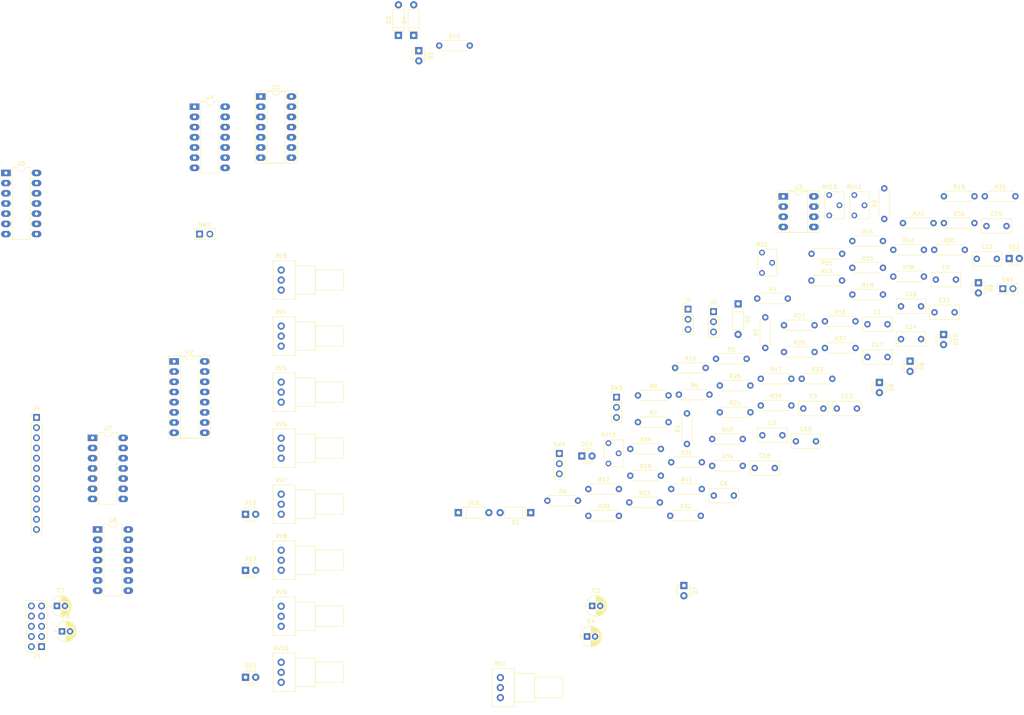
<source format=kicad_pcb>
(kicad_pcb (version 4) (host pcbnew 4.0.7)
  (layers (0 F.Cu signal) (31 B.Cu signal) (34 B.Paste user) (35 F.Paste user) (36 B.SilkS user) (37 F.SilkS user) (38 B.Mask user) (39 F.Mask user) (44 Edge.Cuts user))
  (net 0 "")
  (net 1 "Net-(C1-Pad1)")
  (net 2 GND)
  (net 3 "Net-(C2-Pad1)")
  (net 4 +12V)
  (net 5 -12V)
  (net 6 "Net-(D1-Pad1)")
  (net 7 "Net-(D2-Pad1)")
  (net 8 "Net-(D10-Pad1)")
  (net 9 STEP1)
  (net 10 STEP2)
  (net 11 STEP3)
  (net 12 STEP4)
  (net 13 STEP5)
  (net 14 STEP6)
  (net 15 STEP7)
  (net 16 STEP8)
  (net 17 "Net-(J1-Pad1)")
  (net 18 STEP9)
  (net 19 "Net-(J2-Pad1)")
  (net 20 "Net-(J2-Pad3)")
  (net 21 "Net-(J4-Pad1)")
  (net 22 "Net-(J4-Pad3)")
  (net 23 "Net-(R10-Pad1)")
  (net 24 "Net-(R12-Pad2)")
  (net 25 "Net-(U1-Pad2)")
  (net 26 "Net-(U1-Pad10)")
  (net 27 "Net-(U1-Pad12)")
  (net 28 "Net-(C3-Pad1)")
  (net 29 "Net-(C5-Pad1)")
  (net 30 "Net-(C6-Pad1)")
  (net 31 "Net-(D3-Pad1)")
  (net 32 "Net-(D3-Pad2)")
  (net 33 "Net-(D4-Pad2)")
  (net 34 "Net-(D5-Pad1)")
  (net 35 "Net-(D16-Pad1)")
  (net 36 "Net-(J4-Pad2)")
  (net 37 "Net-(J4-Pad4)")
  (net 38 "Net-(J4-Pad5)")
  (net 39 "Net-(J4-Pad6)")
  (net 40 "Net-(J4-Pad7)")
  (net 41 "Net-(J4-Pad8)")
  (net 42 GATE_OUT)
  (net 43 CLK_OUT)
  (net 44 CV_OUT)
  (net 45 "Net-(R1-Pad2)")
  (net 46 "Net-(R3-Pad2)")
  (net 47 "Net-(R4-Pad2)")
  (net 48 "Net-(R9-Pad1)")
  (net 49 "Net-(R10-Pad2)")
  (net 50 "Net-(R13-Pad1)")
  (net 51 "Net-(R16-Pad2)")
  (net 52 "Net-(R17-Pad1)")
  (net 53 "Net-(R20-Pad1)")
  (net 54 "Net-(R20-Pad2)")
  (net 55 "Net-(R21-Pad2)")
  (net 56 "Net-(R22-Pad2)")
  (net 57 "Net-(R23-Pad2)")
  (net 58 "Net-(R24-Pad2)")
  (net 59 "Net-(R25-Pad2)")
  (net 60 "Net-(R26-Pad2)")
  (net 61 "Net-(R27-Pad2)")
  (net 62 "Net-(R28-Pad2)")
  (net 63 "Net-(R29-Pad1)")
  (net 64 "Net-(R29-Pad2)")
  (net 65 "Net-(R31-Pad2)")
  (net 66 "Net-(R32-Pad1)")
  (net 67 "Net-(R32-Pad2)")
  (net 68 "Net-(R33-Pad1)")
  (net 69 "Net-(R33-Pad2)")
  (net 70 "Net-(R34-Pad2)")
  (net 71 "Net-(R35-Pad2)")
  (net 72 "Net-(R36-Pad2)")
  (net 73 "Net-(R37-Pad2)")
  (net 74 "Net-(R38-Pad2)")
  (net 75 "Net-(R39-Pad2)")
  (net 76 "Net-(R40-Pad2)")
  (net 77 "Net-(R41-Pad2)")
  (net 78 "Net-(R42-Pad2)")
  (net 79 "Net-(U1-Pad8)")
  (net 80 "Net-(U1-Pad4)")
  (net 81 "Net-(U2-Pad15)")
  (net 82 "Net-(U4-Pad3)")
  (net 83 "Net-(U4-Pad10)")
  (module Diodes_THT:D_A-405_P7.62mm_Horizontal (layer F.Cu) (at 282.745 64.385001 270)
    (fp_text reference D1 (at 3.81 -2.41 270) (layer F.SilkS))
    (fp_text value 1N4148)
    (pad 1 thru_hole rect (at 0 0 270) (size 1.8 1.8) (drill 0.9) (layers *.Cu *.Mask) (net 6 "Net-(D1-Pad1)"))
    (pad 2 thru_hole oval (at 7.62 0 270) (size 1.8 1.8) (drill 0.9) (layers *.Cu *.Mask) (net 2 GND))
  )
  (module Diodes_THT:D_A-405_P7.62mm_Horizontal (layer F.Cu) (at 231.085001 116.445 180)
    (fp_text reference D2 (at 3.81 -2.41 180) (layer F.SilkS))
    (fp_text value 1N4148)
    (pad 1 thru_hole rect (at 0 0 180) (size 1.8 1.8) (drill 0.9) (layers *.Cu *.Mask) (net 7 "Net-(D2-Pad1)"))
    (pad 2 thru_hole oval (at 7.62 0 180) (size 1.8 1.8) (drill 0.9) (layers *.Cu *.Mask) (net 2 GND))
  )
  (module LEDs:LED_D3.0mm (layer F.Cu) (at 203.2 1.27 270)
    (fp_text reference D5 (at 1.27 -2.96 270) (layer F.SilkS))
    (fp_text value LED)
    (pad 1 thru_hole rect (at 0 0 270) (size 1.8 1.8) (drill 0.9) (layers *.Cu *.Mask) (net 34 "Net-(D5-Pad1)"))
    (pad 2 thru_hole circle (at 2.54 0 270) (size 1.8 1.8) (drill 0.9) (layers *.Cu *.Mask) (net 31 "Net-(D3-Pad1)"))
  )
  (module LEDs:LED_D3.0mm (layer F.Cu) (at 342.625 59.134762 270)
    (fp_text reference D6 (at 1.27 -2.96 270) (layer F.SilkS))
    (fp_text value 1N4001)
    (pad 1 thru_hole rect (at 0 0 270) (size 1.8 1.8) (drill 0.9) (layers *.Cu *.Mask) (net 4 +12V))
    (pad 2 thru_hole circle (at 2.54 0 270) (size 1.8 1.8) (drill 0.9) (layers *.Cu *.Mask) (net 2 GND))
  )
  (module LEDs:LED_D3.0mm (layer F.Cu) (at 269.24 134.62 270)
    (fp_text reference D7 (at 1.27 -2.96 270) (layer F.SilkS))
    (fp_text value 1N4001)
    (pad 1 thru_hole rect (at 0 0 270) (size 1.8 1.8) (drill 0.9) (layers *.Cu *.Mask) (net 2 GND))
    (pad 2 thru_hole circle (at 2.54 0 270) (size 1.8 1.8) (drill 0.9) (layers *.Cu *.Mask) (net 5 -12V))
  )
  (module LEDs:LED_D3.0mm (layer F.Cu) (at 325.585 78.685001 270)
    (fp_text reference D8 (at 1.27 -2.96 270) (layer F.SilkS))
    (fp_text value LED)
    (pad 1 thru_hole rect (at 0 0 270) (size 1.8 1.8) (drill 0.9) (layers *.Cu *.Mask) (net 8 "Net-(D10-Pad1)"))
    (pad 2 thru_hole circle (at 2.54 0 270) (size 1.8 1.8) (drill 0.9) (layers *.Cu *.Mask) (net 9 STEP1))
  )
  (module LEDs:LED_D3.0mm (layer F.Cu) (at 317.955 83.985001 270)
    (fp_text reference D9 (at 1.27 -2.96 270) (layer F.SilkS))
    (fp_text value LED)
    (pad 1 thru_hole rect (at 0 0 270) (size 1.8 1.8) (drill 0.9) (layers *.Cu *.Mask) (net 8 "Net-(D10-Pad1)"))
    (pad 2 thru_hole circle (at 2.54 0 270) (size 1.8 1.8) (drill 0.9) (layers *.Cu *.Mask) (net 10 STEP2))
  )
  (module LEDs:LED_D3.0mm (layer F.Cu) (at 333.935 72.015001 270)
    (fp_text reference D10 (at 1.27 -2.96 270) (layer F.SilkS))
    (fp_text value LED)
    (pad 1 thru_hole rect (at 0 0 270) (size 1.8 1.8) (drill 0.9) (layers *.Cu *.Mask) (net 8 "Net-(D10-Pad1)"))
    (pad 2 thru_hole circle (at 2.54 0 270) (size 1.8 1.8) (drill 0.9) (layers *.Cu *.Mask) (net 11 STEP3))
  )
  (module Diodes_THT:D_A-405_P7.62mm_Horizontal (layer F.Cu) (at 213.035001 116.445)
    (fp_text reference D16 (at 3.81 -2.41) (layer F.SilkS))
    (fp_text value 1N4148)
    (pad 1 thru_hole rect (at 0 0) (size 1.8 1.8) (drill 0.9) (layers *.Cu *.Mask) (net 35 "Net-(D16-Pad1)"))
    (pad 2 thru_hole oval (at 7.62 0) (size 1.8 1.8) (drill 0.9) (layers *.Cu *.Mask) (net 8 "Net-(D10-Pad1)"))
  )
  (module Socket_Strips:Socket_Strip_Straight_1x03_Pitch2.54mm (layer F.Cu) (at 270.274762 65.695)
    (fp_text reference J1 (at 0 -2.33) (layer F.SilkS))
    (fp_text value RESET_IN)
    (pad 1 thru_hole rect (at 0 0) (size 1.7 1.7) (drill 1) (layers *.Cu *.Mask) (net 17 "Net-(J1-Pad1)"))
    (pad 2 thru_hole oval (at 0 2.54) (size 1.7 1.7) (drill 1) (layers *.Cu *.Mask) (net 2 GND))
    (pad 3 thru_hole oval (at 0 5.08) (size 1.7 1.7) (drill 1) (layers *.Cu *.Mask) (net 18 STEP9))
  )
  (module Socket_Strips:Socket_Strip_Straight_1x03_Pitch2.54mm (layer F.Cu) (at 276.617619 66.315)
    (fp_text reference J2 (at 0 -2.33) (layer F.SilkS))
    (fp_text value CLK_IN)
    (pad 1 thru_hole rect (at 0 0) (size 1.7 1.7) (drill 1) (layers *.Cu *.Mask) (net 19 "Net-(J2-Pad1)"))
    (pad 2 thru_hole oval (at 0 2.54) (size 1.7 1.7) (drill 1) (layers *.Cu *.Mask) (net 2 GND))
    (pad 3 thru_hole oval (at 0 5.08) (size 1.7 1.7) (drill 1) (layers *.Cu *.Mask) (net 20 "Net-(J2-Pad3)"))
  )
  (module Resistors_THT:R_Axial_DIN0207_L6.3mm_D2.5mm_P7.62mm_Horizontal (layer F.Cu) (at 270.005 99.325001 90)
    (fp_text reference R1 (at 3.81 -2.31 90) (layer F.SilkS))
    (fp_text value 10k)
    (pad 1 thru_hole circle (at 0 0 90) (size 1.6 1.6) (drill 0.8) (layers *.Cu *.Mask) (net 4 +12V))
    (pad 2 thru_hole oval (at 7.62 0 90) (size 1.6 1.6) (drill 0.8) (layers *.Cu *.Mask) (net 45 "Net-(R1-Pad2)"))
  )
  (module Resistors_THT:R_Axial_DIN0207_L6.3mm_D2.5mm_P7.62mm_Horizontal (layer F.Cu) (at 319.155 43.215001 90)
    (fp_text reference R2 (at 3.81 -2.31 90) (layer F.SilkS))
    (fp_text value 10k)
    (pad 1 thru_hole circle (at 0 0 90) (size 1.6 1.6) (drill 0.8) (layers *.Cu *.Mask) (net 1 "Net-(C1-Pad1)"))
    (pad 2 thru_hole oval (at 7.62 0 90) (size 1.6 1.6) (drill 0.8) (layers *.Cu *.Mask) (net 45 "Net-(R1-Pad2)"))
  )
  (module Resistors_THT:R_Axial_DIN0207_L6.3mm_D2.5mm_P7.62mm_Horizontal (layer F.Cu) (at 289.515 75.365001 90)
    (fp_text reference R3 (at 3.81 -2.31 90) (layer F.SilkS))
    (fp_text value 10k)
    (pad 1 thru_hole circle (at 0 0 90) (size 1.6 1.6) (drill 0.8) (layers *.Cu *.Mask) (net 4 +12V))
    (pad 2 thru_hole oval (at 7.62 0 90) (size 1.6 1.6) (drill 0.8) (layers *.Cu *.Mask) (net 46 "Net-(R3-Pad2)"))
  )
  (module Resistors_THT:R_Axial_DIN0207_L6.3mm_D2.5mm_P7.62mm_Horizontal (layer F.Cu) (at 287.505001 63.055)
    (fp_text reference R4 (at 3.81 -2.31) (layer F.SilkS))
    (fp_text value 10k)
    (pad 1 thru_hole circle (at 0 0) (size 1.6 1.6) (drill 0.8) (layers *.Cu *.Mask) (net 4 +12V))
    (pad 2 thru_hole oval (at 7.62 0) (size 1.6 1.6) (drill 0.8) (layers *.Cu *.Mask) (net 47 "Net-(R4-Pad2)"))
  )
  (module Resistors_THT:R_Axial_DIN0207_L6.3mm_D2.5mm_P7.62mm_Horizontal (layer F.Cu) (at 277.245001 78.085)
    (fp_text reference R5 (at 3.81 -2.31) (layer F.SilkS))
    (fp_text value 100k)
    (pad 1 thru_hole circle (at 0 0) (size 1.6 1.6) (drill 0.8) (layers *.Cu *.Mask) (net 6 "Net-(D1-Pad1)"))
    (pad 2 thru_hole oval (at 7.62 0) (size 1.6 1.6) (drill 0.8) (layers *.Cu *.Mask) (net 19 "Net-(J2-Pad1)"))
  )
  (module Resistors_THT:R_Axial_DIN0207_L6.3mm_D2.5mm_P7.62mm_Horizontal (layer F.Cu) (at 267.995001 87.015)
    (fp_text reference R6 (at 3.81 -2.31) (layer F.SilkS))
    (fp_text value 100k)
    (pad 1 thru_hole circle (at 0 0) (size 1.6 1.6) (drill 0.8) (layers *.Cu *.Mask) (net 7 "Net-(D2-Pad1)"))
    (pad 2 thru_hole oval (at 7.62 0) (size 1.6 1.6) (drill 0.8) (layers *.Cu *.Mask) (net 17 "Net-(J1-Pad1)"))
  )
  (module Resistors_THT:R_Axial_DIN0207_L6.3mm_D2.5mm_P7.62mm_Horizontal (layer F.Cu) (at 257.795001 93.885)
    (fp_text reference R7 (at 3.81 -2.31) (layer F.SilkS))
    (fp_text value 10k)
    (pad 1 thru_hole circle (at 0 0) (size 1.6 1.6) (drill 0.8) (layers *.Cu *.Mask) (net 29 "Net-(C5-Pad1)"))
    (pad 2 thru_hole oval (at 7.62 0) (size 1.6 1.6) (drill 0.8) (layers *.Cu *.Mask) (net 46 "Net-(R3-Pad2)"))
  )
  (module Resistors_THT:R_Axial_DIN0207_L6.3mm_D2.5mm_P7.62mm_Horizontal (layer F.Cu) (at 257.795001 87.215)
    (fp_text reference R8 (at 3.81 -2.31) (layer F.SilkS))
    (fp_text value 10k)
    (pad 1 thru_hole circle (at 0 0) (size 1.6 1.6) (drill 0.8) (layers *.Cu *.Mask) (net 30 "Net-(C6-Pad1)"))
    (pad 2 thru_hole oval (at 7.62 0) (size 1.6 1.6) (drill 0.8) (layers *.Cu *.Mask) (net 47 "Net-(R4-Pad2)"))
  )
  (module Resistors_THT:R_Axial_DIN0207_L6.3mm_D2.5mm_P7.62mm_Horizontal (layer F.Cu) (at 235.235001 113.465)
    (fp_text reference R9 (at 3.81 -2.31) (layer F.SilkS))
    (fp_text value 2.2k)
    (pad 1 thru_hole circle (at 0 0) (size 1.6 1.6) (drill 0.8) (layers *.Cu *.Mask) (net 48 "Net-(R9-Pad1)"))
    (pad 2 thru_hole oval (at 7.62 0) (size 1.6 1.6) (drill 0.8) (layers *.Cu *.Mask) (net 28 "Net-(C3-Pad1)"))
  )
  (module Resistors_THT:R_Axial_DIN0207_L6.3mm_D2.5mm_P7.62mm_Horizontal (layer F.Cu) (at 267.045001 80.345)
    (fp_text reference R10 (at 3.81 -2.31) (layer F.SilkS))
    (fp_text value 470)
    (pad 1 thru_hole circle (at 0 0) (size 1.6 1.6) (drill 0.8) (layers *.Cu *.Mask) (net 23 "Net-(R10-Pad1)"))
    (pad 2 thru_hole oval (at 7.62 0) (size 1.6 1.6) (drill 0.8) (layers *.Cu *.Mask) (net 49 "Net-(R10-Pad2)"))
  )
  (module Resistors_THT:R_Axial_DIN0207_L6.3mm_D2.5mm_P7.62mm_Horizontal (layer F.Cu) (at 308.665001 51.905 180)
    (fp_text reference R11 (at 3.81 -2.31 180) (layer F.SilkS))
    (fp_text value 12k)
    (pad 1 thru_hole circle (at 0 0 180) (size 1.6 1.6) (drill 0.8) (layers *.Cu *.Mask) (net 4 +12V))
    (pad 2 thru_hole oval (at 7.62 0 180) (size 1.6 1.6) (drill 0.8) (layers *.Cu *.Mask) (net 20 "Net-(J2-Pad3)"))
  )
  (module Resistors_THT:R_Axial_DIN0207_L6.3mm_D2.5mm_P7.62mm_Horizontal (layer F.Cu) (at 245.435001 110.565)
    (fp_text reference R12 (at 3.81 -2.31) (layer F.SilkS))
    (fp_text value 220k)
    (pad 1 thru_hole circle (at 0 0) (size 1.6 1.6) (drill 0.8) (layers *.Cu *.Mask) (net 2 GND))
    (pad 2 thru_hole oval (at 7.62 0) (size 1.6 1.6) (drill 0.8) (layers *.Cu *.Mask) (net 24 "Net-(R12-Pad2)"))
  )
  (module Resistors_THT:R_Axial_DIN0207_L6.3mm_D2.5mm_P7.62mm_Horizontal (layer F.Cu) (at 301.015001 58.575)
    (fp_text reference R13 (at 3.81 -2.31) (layer F.SilkS))
    (fp_text value 100k)
    (pad 1 thru_hole circle (at 0 0) (size 1.6 1.6) (drill 0.8) (layers *.Cu *.Mask) (net 50 "Net-(R13-Pad1)"))
    (pad 2 thru_hole oval (at 7.62 0) (size 1.6 1.6) (drill 0.8) (layers *.Cu *.Mask) (net 24 "Net-(R12-Pad2)"))
  )
  (module Resistors_THT:R_Axial_DIN0207_L6.3mm_D2.5mm_P7.62mm_Horizontal (layer F.Cu) (at 311.215001 48.725)
    (fp_text reference R14 (at 3.81 -2.31) (layer F.SilkS))
    (fp_text value 100)
    (pad 1 thru_hole circle (at 0 0) (size 1.6 1.6) (drill 0.8) (layers *.Cu *.Mask) (net 43 CLK_OUT))
    (pad 2 thru_hole oval (at 7.62 0) (size 1.6 1.6) (drill 0.8) (layers *.Cu *.Mask) (net 50 "Net-(R13-Pad1)"))
  )
  (module Resistors_THT:R_Axial_DIN0207_L6.3mm_D2.5mm_P7.62mm_Horizontal (layer F.Cu) (at 208.28 0)
    (fp_text reference R15 (at 3.81 -2.31) (layer F.SilkS))
    (fp_text value 1k)
    (pad 1 thru_hole circle (at 0 0) (size 1.6 1.6) (drill 0.8) (layers *.Cu *.Mask) (net 34 "Net-(D5-Pad1)"))
    (pad 2 thru_hole oval (at 7.62 0) (size 1.6 1.6) (drill 0.8) (layers *.Cu *.Mask) (net 2 GND))
  )
  (module Potentiometers:Potentiometer_Alps_RK09Y_Vertical (layer F.Cu) (at 223.52 162.56)
    (fp_text reference RV1 (at 0 -8.5) (layer F.SilkS))
    (fp_text value B25k)
    (pad 3 thru_hole circle (at 0 -5) (size 1.8 1.8) (drill 1) (layers *.Cu *.Mask) (net 28 "Net-(C3-Pad1)"))
    (pad 2 thru_hole circle (at 0 -2.5) (size 1.8 1.8) (drill 1) (layers *.Cu *.Mask) (net 48 "Net-(R9-Pad1)"))
    (pad 1 thru_hole circle (at 0 0) (size 1.8 1.8) (drill 1) (layers *.Cu *.Mask) (net 49 "Net-(R10-Pad2)"))
  )
  (module Potentiometers:Potentiometer_Alps_RK09Y_Vertical (layer F.Cu) (at 168.91 60.96)
    (fp_text reference RV3 (at 0 -8.5) (layer F.SilkS))
    (fp_text value B25k)
    (pad 3 thru_hole circle (at 0 -5) (size 1.8 1.8) (drill 1) (layers *.Cu *.Mask) (net 2 GND))
    (pad 2 thru_hole circle (at 0 -2.5) (size 1.8 1.8) (drill 1) (layers *.Cu *.Mask) (net 55 "Net-(R21-Pad2)"))
    (pad 1 thru_hole circle (at 0 0) (size 1.8 1.8) (drill 1) (layers *.Cu *.Mask) (net 9 STEP1))
  )
  (module Potentiometers:Potentiometer_Alps_RK09Y_Vertical (layer F.Cu) (at 168.91 74.93)
    (fp_text reference RV4 (at 0 -8.5) (layer F.SilkS))
    (fp_text value B25k)
    (pad 3 thru_hole circle (at 0 -5) (size 1.8 1.8) (drill 1) (layers *.Cu *.Mask) (net 2 GND))
    (pad 2 thru_hole circle (at 0 -2.5) (size 1.8 1.8) (drill 1) (layers *.Cu *.Mask) (net 56 "Net-(R22-Pad2)"))
    (pad 1 thru_hole circle (at 0 0) (size 1.8 1.8) (drill 1) (layers *.Cu *.Mask) (net 10 STEP2))
  )
  (module Potentiometers:Potentiometer_Alps_RK09Y_Vertical (layer F.Cu) (at 168.91 88.9)
    (fp_text reference RV5 (at 0 -8.5) (layer F.SilkS))
    (fp_text value B25k)
    (pad 3 thru_hole circle (at 0 -5) (size 1.8 1.8) (drill 1) (layers *.Cu *.Mask) (net 2 GND))
    (pad 2 thru_hole circle (at 0 -2.5) (size 1.8 1.8) (drill 1) (layers *.Cu *.Mask) (net 57 "Net-(R23-Pad2)"))
    (pad 1 thru_hole circle (at 0 0) (size 1.8 1.8) (drill 1) (layers *.Cu *.Mask) (net 11 STEP3))
  )
  (module Potentiometers:Potentiometer_Alps_RK09Y_Vertical (layer F.Cu) (at 168.91 102.87)
    (fp_text reference RV6 (at 0 -8.5) (layer F.SilkS))
    (fp_text value B25k)
    (pad 3 thru_hole circle (at 0 -5) (size 1.8 1.8) (drill 1) (layers *.Cu *.Mask) (net 2 GND))
    (pad 2 thru_hole circle (at 0 -2.5) (size 1.8 1.8) (drill 1) (layers *.Cu *.Mask) (net 58 "Net-(R24-Pad2)"))
    (pad 1 thru_hole circle (at 0 0) (size 1.8 1.8) (drill 1) (layers *.Cu *.Mask) (net 12 STEP4))
  )
  (module Potentiometers:Potentiometer_Alps_RK09Y_Vertical (layer F.Cu) (at 168.91 116.84)
    (fp_text reference RV7 (at 0 -8.5) (layer F.SilkS))
    (fp_text value B25k)
    (pad 3 thru_hole circle (at 0 -5) (size 1.8 1.8) (drill 1) (layers *.Cu *.Mask) (net 2 GND))
    (pad 2 thru_hole circle (at 0 -2.5) (size 1.8 1.8) (drill 1) (layers *.Cu *.Mask) (net 59 "Net-(R25-Pad2)"))
    (pad 1 thru_hole circle (at 0 0) (size 1.8 1.8) (drill 1) (layers *.Cu *.Mask) (net 13 STEP5))
  )
  (module Potentiometers:Potentiometer_Alps_RK09Y_Vertical (layer F.Cu) (at 168.91 130.81)
    (fp_text reference RV8 (at 0 -8.5) (layer F.SilkS))
    (fp_text value B25k)
    (pad 3 thru_hole circle (at 0 -5) (size 1.8 1.8) (drill 1) (layers *.Cu *.Mask) (net 2 GND))
    (pad 2 thru_hole circle (at 0 -2.5) (size 1.8 1.8) (drill 1) (layers *.Cu *.Mask) (net 60 "Net-(R26-Pad2)"))
    (pad 1 thru_hole circle (at 0 0) (size 1.8 1.8) (drill 1) (layers *.Cu *.Mask) (net 14 STEP6))
  )
  (module Potentiometers:Potentiometer_Alps_RK09Y_Vertical (layer F.Cu) (at 168.91 144.78)
    (fp_text reference RV9 (at 0 -8.5) (layer F.SilkS))
    (fp_text value B25k)
    (pad 3 thru_hole circle (at 0 -5) (size 1.8 1.8) (drill 1) (layers *.Cu *.Mask) (net 2 GND))
    (pad 2 thru_hole circle (at 0 -2.5) (size 1.8 1.8) (drill 1) (layers *.Cu *.Mask) (net 61 "Net-(R27-Pad2)"))
    (pad 1 thru_hole circle (at 0 0) (size 1.8 1.8) (drill 1) (layers *.Cu *.Mask) (net 15 STEP7))
  )
  (module Housings_DIP:DIP-14_W7.62mm_Socket_LongPads (layer F.Cu) (at 163.83 12.7)
    (fp_text reference U1 (at 3.81 -2.33) (layer F.SilkS))
    (fp_text value 40106-pwr)
    (pad 1 thru_hole rect (at 0 0) (size 2.4 1.6) (drill 0.8) (layers *.Cu *.Mask) (net 6 "Net-(D1-Pad1)"))
    (pad 8 thru_hole oval (at 7.62 15.24) (size 2.4 1.6) (drill 0.8) (layers *.Cu *.Mask) (net 79 "Net-(U1-Pad8)"))
    (pad 2 thru_hole oval (at 0 2.54) (size 2.4 1.6) (drill 0.8) (layers *.Cu *.Mask) (net 25 "Net-(U1-Pad2)"))
    (pad 9 thru_hole oval (at 7.62 12.7) (size 2.4 1.6) (drill 0.8) (layers *.Cu *.Mask) (net 7 "Net-(D2-Pad1)"))
    (pad 3 thru_hole oval (at 0 5.08) (size 2.4 1.6) (drill 0.8) (layers *.Cu *.Mask) (net 30 "Net-(C6-Pad1)"))
    (pad 10 thru_hole oval (at 7.62 10.16) (size 2.4 1.6) (drill 0.8) (layers *.Cu *.Mask) (net 26 "Net-(U1-Pad10)"))
    (pad 4 thru_hole oval (at 0 7.62) (size 2.4 1.6) (drill 0.8) (layers *.Cu *.Mask) (net 80 "Net-(U1-Pad4)"))
    (pad 11 thru_hole oval (at 7.62 7.62) (size 2.4 1.6) (drill 0.8) (layers *.Cu *.Mask) (net 1 "Net-(C1-Pad1)"))
    (pad 5 thru_hole oval (at 0 10.16) (size 2.4 1.6) (drill 0.8) (layers *.Cu *.Mask) (net 29 "Net-(C5-Pad1)"))
    (pad 12 thru_hole oval (at 7.62 5.08) (size 2.4 1.6) (drill 0.8) (layers *.Cu *.Mask) (net 27 "Net-(U1-Pad12)"))
    (pad 6 thru_hole oval (at 0 12.7) (size 2.4 1.6) (drill 0.8) (layers *.Cu *.Mask) (net 32 "Net-(D3-Pad2)"))
    (pad 13 thru_hole oval (at 7.62 2.54) (size 2.4 1.6) (drill 0.8) (layers *.Cu *.Mask) (net 26 "Net-(U1-Pad10)"))
    (pad 7 thru_hole oval (at 0 15.24) (size 2.4 1.6) (drill 0.8) (layers *.Cu *.Mask) (net 2 GND))
    (pad 14 thru_hole oval (at 7.62 0) (size 2.4 1.6) (drill 0.8) (layers *.Cu *.Mask) (net 4 +12V))
  )
  (module Housings_DIP:DIP-16_W7.62mm_Socket_LongPads (layer F.Cu) (at 142.24 78.74)
    (fp_text reference U2 (at 3.81 -2.33) (layer F.SilkS))
    (fp_text value 4017-pwr)
    (pad 1 thru_hole rect (at 0 0) (size 2.4 1.6) (drill 0.8) (layers *.Cu *.Mask) (net 14 STEP6))
    (pad 9 thru_hole oval (at 7.62 17.78) (size 2.4 1.6) (drill 0.8) (layers *.Cu *.Mask) (net 18 STEP9))
    (pad 2 thru_hole oval (at 0 2.54) (size 2.4 1.6) (drill 0.8) (layers *.Cu *.Mask) (net 10 STEP2))
    (pad 10 thru_hole oval (at 7.62 15.24) (size 2.4 1.6) (drill 0.8) (layers *.Cu *.Mask) (net 13 STEP5))
    (pad 3 thru_hole oval (at 0 5.08) (size 2.4 1.6) (drill 0.8) (layers *.Cu *.Mask) (net 9 STEP1))
    (pad 11 thru_hole oval (at 7.62 12.7) (size 2.4 1.6) (drill 0.8) (layers *.Cu *.Mask))
    (pad 4 thru_hole oval (at 0 7.62) (size 2.4 1.6) (drill 0.8) (layers *.Cu *.Mask) (net 11 STEP3))
    (pad 12 thru_hole oval (at 7.62 10.16) (size 2.4 1.6) (drill 0.8) (layers *.Cu *.Mask))
    (pad 5 thru_hole oval (at 0 10.16) (size 2.4 1.6) (drill 0.8) (layers *.Cu *.Mask) (net 15 STEP7))
    (pad 13 thru_hole oval (at 7.62 7.62) (size 2.4 1.6) (drill 0.8) (layers *.Cu *.Mask) (net 2 GND))
    (pad 6 thru_hole oval (at 0 12.7) (size 2.4 1.6) (drill 0.8) (layers *.Cu *.Mask) (net 16 STEP8))
    (pad 14 thru_hole oval (at 7.62 5.08) (size 2.4 1.6) (drill 0.8) (layers *.Cu *.Mask) (net 31 "Net-(D3-Pad1)"))
    (pad 7 thru_hole oval (at 0 15.24) (size 2.4 1.6) (drill 0.8) (layers *.Cu *.Mask) (net 12 STEP4))
    (pad 15 thru_hole oval (at 7.62 2.54) (size 2.4 1.6) (drill 0.8) (layers *.Cu *.Mask) (net 81 "Net-(U2-Pad15)"))
    (pad 8 thru_hole oval (at 0 17.78) (size 2.4 1.6) (drill 0.8) (layers *.Cu *.Mask) (net 2 GND))
    (pad 16 thru_hole oval (at 7.62 0) (size 2.4 1.6) (drill 0.8) (layers *.Cu *.Mask) (net 4 +12V))
  )
  (module Housings_DIP:DIP-8_W7.62mm_Socket_LongPads (layer F.Cu) (at 293.995001 37.595)
    (fp_text reference U3 (at 3.81 -2.33) (layer F.SilkS))
    (fp_text value NE555)
    (pad 1 thru_hole rect (at 0 0) (size 2.4 1.6) (drill 0.8) (layers *.Cu *.Mask) (net 2 GND))
    (pad 5 thru_hole oval (at 7.62 7.62) (size 2.4 1.6) (drill 0.8) (layers *.Cu *.Mask) (net 3 "Net-(C2-Pad1)"))
    (pad 2 thru_hole oval (at 0 2.54) (size 2.4 1.6) (drill 0.8) (layers *.Cu *.Mask) (net 28 "Net-(C3-Pad1)"))
    (pad 6 thru_hole oval (at 7.62 5.08) (size 2.4 1.6) (drill 0.8) (layers *.Cu *.Mask) (net 28 "Net-(C3-Pad1)"))
    (pad 3 thru_hole oval (at 0 5.08) (size 2.4 1.6) (drill 0.8) (layers *.Cu *.Mask) (net 23 "Net-(R10-Pad1)"))
    (pad 7 thru_hole oval (at 7.62 2.54) (size 2.4 1.6) (drill 0.8) (layers *.Cu *.Mask) (net 20 "Net-(J2-Pad3)"))
    (pad 4 thru_hole oval (at 0 7.62) (size 2.4 1.6) (drill 0.8) (layers *.Cu *.Mask) (net 4 +12V))
    (pad 8 thru_hole oval (at 7.62 0) (size 2.4 1.6) (drill 0.8) (layers *.Cu *.Mask) (net 4 +12V))
  )
  (module Capacitors_THT:C_Rect_L7.2mm_W3.5mm_P5.00mm_FKS2_FKP2_MKS2_MKP2 (layer F.Cu) (at 314.975001 69.485)
    (fp_text reference C1 (at 2.5 -3.06) (layer F.SilkS))
    (fp_text value 100nF)
    (pad 1 thru_hole circle (at 0 0) (size 1.6 1.6) (drill 0.8) (layers *.Cu *.Mask) (net 1 "Net-(C1-Pad1)"))
    (pad 2 thru_hole circle (at 5 0) (size 1.6 1.6) (drill 0.8) (layers *.Cu *.Mask) (net 2 GND))
  )
  (module Capacitors_THT:C_Rect_L7.2mm_W3.5mm_P5.00mm_FKS2_FKP2_MKS2_MKP2 (layer F.Cu) (at 288.795001 97.155)
    (fp_text reference C2 (at 2.5 -3.06) (layer F.SilkS))
    (fp_text value 100nF)
    (pad 1 thru_hole circle (at 0 0) (size 1.6 1.6) (drill 0.8) (layers *.Cu *.Mask) (net 3 "Net-(C2-Pad1)"))
    (pad 2 thru_hole circle (at 5 0) (size 1.6 1.6) (drill 0.8) (layers *.Cu *.Mask) (net 2 GND))
  )
  (module Capacitors_THT:C_Rect_L7.2mm_W3.5mm_P5.00mm_FKS2_FKP2_MKS2_MKP2 (layer F.Cu) (at 298.995001 90.485)
    (fp_text reference C5 (at 2.5 -3.06) (layer F.SilkS))
    (fp_text value 100nF)
    (pad 1 thru_hole circle (at 0 0) (size 1.6 1.6) (drill 0.8) (layers *.Cu *.Mask) (net 29 "Net-(C5-Pad1)"))
    (pad 2 thru_hole circle (at 5 0) (size 1.6 1.6) (drill 0.8) (layers *.Cu *.Mask) (net 2 GND))
  )
  (module Capacitors_THT:C_Rect_L7.2mm_W3.5mm_P5.00mm_FKS2_FKP2_MKS2_MKP2 (layer F.Cu) (at 276.685001 112.185)
    (fp_text reference C6 (at 2.5 -3.06) (layer F.SilkS))
    (fp_text value 100nF)
    (pad 1 thru_hole circle (at 0 0) (size 1.6 1.6) (drill 0.8) (layers *.Cu *.Mask) (net 30 "Net-(C6-Pad1)"))
    (pad 2 thru_hole circle (at 5 0) (size 1.6 1.6) (drill 0.8) (layers *.Cu *.Mask) (net 2 GND))
  )
  (module Capacitors_THT:C_Rect_L7.2mm_W3.5mm_P5.00mm_FKS2_FKP2_MKS2_MKP2 (layer F.Cu) (at 332.015001 58.335)
    (fp_text reference C9 (at 2.5 -3.06) (layer F.SilkS))
    (fp_text value 100nF)
    (pad 1 thru_hole circle (at 0 0) (size 1.6 1.6) (drill 0.8) (layers *.Cu *.Mask) (net 4 +12V))
    (pad 2 thru_hole circle (at 5 0) (size 1.6 1.6) (drill 0.8) (layers *.Cu *.Mask) (net 2 GND))
  )
  (module Capacitors_THT:C_Rect_L7.2mm_W3.5mm_P5.00mm_FKS2_FKP2_MKS2_MKP2 (layer F.Cu) (at 344.615001 44.995)
    (fp_text reference C10 (at 2.5 -3.06) (layer F.SilkS))
    (fp_text value 100nF)
    (pad 1 thru_hole circle (at 0 0) (size 1.6 1.6) (drill 0.8) (layers *.Cu *.Mask) (net 2 GND))
    (pad 2 thru_hole circle (at 5 0) (size 1.6 1.6) (drill 0.8) (layers *.Cu *.Mask) (net 5 -12V))
  )
  (module Capacitors_THT:C_Rect_L7.2mm_W3.5mm_P5.00mm_FKS2_FKP2_MKS2_MKP2 (layer F.Cu) (at 331.675001 66.505)
    (fp_text reference C11 (at 2.5 -3.06) (layer F.SilkS))
    (fp_text value 100nF)
    (pad 1 thru_hole circle (at 0 0) (size 1.6 1.6) (drill 0.8) (layers *.Cu *.Mask) (net 4 +12V))
    (pad 2 thru_hole circle (at 5 0) (size 1.6 1.6) (drill 0.8) (layers *.Cu *.Mask) (net 2 GND))
  )
  (module Capacitors_THT:C_Rect_L7.2mm_W3.5mm_P5.00mm_FKS2_FKP2_MKS2_MKP2 (layer F.Cu) (at 342.215001 53.165)
    (fp_text reference C12 (at 2.5 -3.06) (layer F.SilkS))
    (fp_text value 100nF)
    (pad 1 thru_hole circle (at 0 0) (size 1.6 1.6) (drill 0.8) (layers *.Cu *.Mask) (net 2 GND))
    (pad 2 thru_hole circle (at 5 0) (size 1.6 1.6) (drill 0.8) (layers *.Cu *.Mask) (net 5 -12V))
  )
  (module Capacitors_THT:C_Rect_L7.2mm_W3.5mm_P5.00mm_FKS2_FKP2_MKS2_MKP2 (layer F.Cu) (at 307.345001 90.485)
    (fp_text reference C13 (at 2.5 -3.06) (layer F.SilkS))
    (fp_text value 100nF)
    (pad 1 thru_hole circle (at 0 0) (size 1.6 1.6) (drill 0.8) (layers *.Cu *.Mask) (net 4 +12V))
    (pad 2 thru_hole circle (at 5 0) (size 1.6 1.6) (drill 0.8) (layers *.Cu *.Mask) (net 2 GND))
  )
  (module Capacitors_THT:C_Rect_L7.2mm_W3.5mm_P5.00mm_FKS2_FKP2_MKS2_MKP2 (layer F.Cu) (at 323.325001 73.175)
    (fp_text reference C14 (at 2.5 -3.06) (layer F.SilkS))
    (fp_text value 100nF)
    (pad 1 thru_hole circle (at 0 0) (size 1.6 1.6) (drill 0.8) (layers *.Cu *.Mask) (net 2 GND))
    (pad 2 thru_hole circle (at 5 0) (size 1.6 1.6) (drill 0.8) (layers *.Cu *.Mask) (net 5 -12V))
  )
  (module Capacitors_THT:C_Rect_L7.2mm_W3.5mm_P5.00mm_FKS2_FKP2_MKS2_MKP2 (layer F.Cu) (at 297.145001 98.655)
    (fp_text reference C15 (at 2.5 -3.06) (layer F.SilkS))
    (fp_text value 100nF)
    (pad 1 thru_hole circle (at 0 0) (size 1.6 1.6) (drill 0.8) (layers *.Cu *.Mask) (net 4 +12V))
    (pad 2 thru_hole circle (at 5 0) (size 1.6 1.6) (drill 0.8) (layers *.Cu *.Mask) (net 2 GND))
  )
  (module Capacitors_THT:C_Rect_L7.2mm_W3.5mm_P5.00mm_FKS2_FKP2_MKS2_MKP2 (layer F.Cu) (at 323.325001 65.005)
    (fp_text reference C16 (at 2.5 -3.06) (layer F.SilkS))
    (fp_text value 100nF)
    (pad 1 thru_hole circle (at 0 0) (size 1.6 1.6) (drill 0.8) (layers *.Cu *.Mask) (net 4 +12V))
    (pad 2 thru_hole circle (at 5 0) (size 1.6 1.6) (drill 0.8) (layers *.Cu *.Mask) (net 2 GND))
  )
  (module Capacitors_THT:C_Rect_L7.2mm_W3.5mm_P5.00mm_FKS2_FKP2_MKS2_MKP2 (layer F.Cu) (at 314.975001 77.655)
    (fp_text reference C17 (at 2.5 -3.06) (layer F.SilkS))
    (fp_text value 100nF)
    (pad 1 thru_hole circle (at 0 0) (size 1.6 1.6) (drill 0.8) (layers *.Cu *.Mask) (net 4 +12V))
    (pad 2 thru_hole circle (at 5 0) (size 1.6 1.6) (drill 0.8) (layers *.Cu *.Mask) (net 2 GND))
  )
  (module Capacitors_THT:C_Rect_L7.2mm_W3.5mm_P5.00mm_FKS2_FKP2_MKS2_MKP2 (layer F.Cu) (at 286.885001 105.325)
    (fp_text reference C18 (at 2.5 -3.06) (layer F.SilkS))
    (fp_text value 100nF)
    (pad 1 thru_hole circle (at 0 0) (size 1.6 1.6) (drill 0.8) (layers *.Cu *.Mask) (net 4 +12V))
    (pad 2 thru_hole circle (at 5 0) (size 1.6 1.6) (drill 0.8) (layers *.Cu *.Mask) (net 2 GND))
  )
  (module Diodes_THT:D_A-405_P7.62mm_Horizontal (layer F.Cu) (at 198.12 -2.54 90)
    (fp_text reference D3 (at 3.81 -2.41 90) (layer F.SilkS))
    (fp_text value 1N4148)
    (pad 1 thru_hole rect (at 0 0 90) (size 1.8 1.8) (drill 0.9) (layers *.Cu *.Mask) (net 31 "Net-(D3-Pad1)"))
    (pad 2 thru_hole oval (at 7.62 0 90) (size 1.8 1.8) (drill 0.9) (layers *.Cu *.Mask) (net 32 "Net-(D3-Pad2)"))
  )
  (module Diodes_THT:D_A-405_P7.62mm_Horizontal (layer F.Cu) (at 201.93 -2.54 90)
    (fp_text reference D4 (at 3.81 -2.41 90) (layer F.SilkS))
    (fp_text value 1N4148)
    (pad 1 thru_hole rect (at 0 0 90) (size 1.8 1.8) (drill 0.9) (layers *.Cu *.Mask) (net 31 "Net-(D3-Pad1)"))
    (pad 2 thru_hole oval (at 7.62 0 90) (size 1.8 1.8) (drill 0.9) (layers *.Cu *.Mask) (net 33 "Net-(D4-Pad2)"))
  )
  (module LEDs:LED_D3.0mm (layer F.Cu) (at 350.265001 53.065)
    (fp_text reference D11 (at 1.27 -2.96) (layer F.SilkS))
    (fp_text value LED)
    (pad 1 thru_hole rect (at 0 0) (size 1.8 1.8) (drill 0.9) (layers *.Cu *.Mask) (net 8 "Net-(D10-Pad1)"))
    (pad 2 thru_hole circle (at 2.54 0) (size 1.8 1.8) (drill 0.9) (layers *.Cu *.Mask) (net 12 STEP4))
  )
  (module LEDs:LED_D3.0mm (layer F.Cu) (at 160.02 116.84)
    (fp_text reference D12 (at 1.27 -2.96) (layer F.SilkS))
    (fp_text value LED)
    (pad 1 thru_hole rect (at 0 0) (size 1.8 1.8) (drill 0.9) (layers *.Cu *.Mask) (net 8 "Net-(D10-Pad1)"))
    (pad 2 thru_hole circle (at 2.54 0) (size 1.8 1.8) (drill 0.9) (layers *.Cu *.Mask) (net 13 STEP5))
  )
  (module LEDs:LED_D3.0mm (layer F.Cu) (at 160.02 130.81)
    (fp_text reference D13 (at 1.27 -2.96) (layer F.SilkS))
    (fp_text value LED)
    (pad 1 thru_hole rect (at 0 0) (size 1.8 1.8) (drill 0.9) (layers *.Cu *.Mask) (net 8 "Net-(D10-Pad1)"))
    (pad 2 thru_hole circle (at 2.54 0) (size 1.8 1.8) (drill 0.9) (layers *.Cu *.Mask) (net 14 STEP6))
  )
  (module LEDs:LED_D3.0mm (layer F.Cu) (at 243.825001 102.325)
    (fp_text reference D14 (at 1.27 -2.96) (layer F.SilkS))
    (fp_text value LED)
    (pad 1 thru_hole rect (at 0 0) (size 1.8 1.8) (drill 0.9) (layers *.Cu *.Mask) (net 8 "Net-(D10-Pad1)"))
    (pad 2 thru_hole circle (at 2.54 0) (size 1.8 1.8) (drill 0.9) (layers *.Cu *.Mask) (net 15 STEP7))
  )
  (module LEDs:LED_D3.0mm (layer F.Cu) (at 160.02 157.48)
    (fp_text reference D15 (at 1.27 -2.96) (layer F.SilkS))
    (fp_text value LED)
    (pad 1 thru_hole rect (at 0 0) (size 1.8 1.8) (drill 0.9) (layers *.Cu *.Mask) (net 8 "Net-(D10-Pad1)"))
    (pad 2 thru_hole circle (at 2.54 0) (size 1.8 1.8) (drill 0.9) (layers *.Cu *.Mask) (net 16 STEP8))
  )
  (module Pin_Headers:Pin_Header_Straight_1x12_Pitch2.54mm (layer F.Cu) (at 107.95 92.71)
    (fp_text reference J4 (at 0 -2.33) (layer F.SilkS))
    (fp_text value OUTPUTS)
    (pad 1 thru_hole rect (at 0 0) (size 1.7 1.7) (drill 1) (layers *.Cu *.Mask) (net 21 "Net-(J4-Pad1)"))
    (pad 2 thru_hole oval (at 0 2.54) (size 1.7 1.7) (drill 1) (layers *.Cu *.Mask) (net 36 "Net-(J4-Pad2)"))
    (pad 3 thru_hole oval (at 0 5.08) (size 1.7 1.7) (drill 1) (layers *.Cu *.Mask) (net 22 "Net-(J4-Pad3)"))
    (pad 4 thru_hole oval (at 0 7.62) (size 1.7 1.7) (drill 1) (layers *.Cu *.Mask) (net 37 "Net-(J4-Pad4)"))
    (pad 5 thru_hole oval (at 0 10.16) (size 1.7 1.7) (drill 1) (layers *.Cu *.Mask) (net 38 "Net-(J4-Pad5)"))
    (pad 6 thru_hole oval (at 0 12.7) (size 1.7 1.7) (drill 1) (layers *.Cu *.Mask) (net 39 "Net-(J4-Pad6)"))
    (pad 7 thru_hole oval (at 0 15.24) (size 1.7 1.7) (drill 1) (layers *.Cu *.Mask) (net 40 "Net-(J4-Pad7)"))
    (pad 8 thru_hole oval (at 0 17.78) (size 1.7 1.7) (drill 1) (layers *.Cu *.Mask) (net 41 "Net-(J4-Pad8)"))
    (pad 9 thru_hole oval (at 0 20.32) (size 1.7 1.7) (drill 1) (layers *.Cu *.Mask) (net 42 GATE_OUT))
    (pad 10 thru_hole oval (at 0 22.86) (size 1.7 1.7) (drill 1) (layers *.Cu *.Mask) (net 43 CLK_OUT))
    (pad 11 thru_hole oval (at 0 25.4) (size 1.7 1.7) (drill 1) (layers *.Cu *.Mask) (net 44 CV_OUT))
    (pad 12 thru_hole oval (at 0 27.94) (size 1.7 1.7) (drill 1) (layers *.Cu *.Mask) (net 2 GND))
  )
  (module Resistors_THT:R_Axial_DIN0207_L6.3mm_D2.5mm_P7.62mm_Horizontal (layer F.Cu) (at 304.375001 68.735)
    (fp_text reference R16 (at 3.81 -2.31) (layer F.SilkS))
    (fp_text value 220k)
    (pad 1 thru_hole circle (at 0 0) (size 1.6 1.6) (drill 0.8) (layers *.Cu *.Mask) (net 2 GND))
    (pad 2 thru_hole oval (at 7.62 0) (size 1.6 1.6) (drill 0.8) (layers *.Cu *.Mask) (net 51 "Net-(R16-Pad2)"))
  )
  (module Resistors_THT:R_Axial_DIN0207_L6.3mm_D2.5mm_P7.62mm_Horizontal (layer F.Cu) (at 288.395001 83.065)
    (fp_text reference R17 (at 3.81 -2.31) (layer F.SilkS))
    (fp_text value 100k)
    (pad 1 thru_hole circle (at 0 0) (size 1.6 1.6) (drill 0.8) (layers *.Cu *.Mask) (net 52 "Net-(R17-Pad1)"))
    (pad 2 thru_hole oval (at 7.62 0) (size 1.6 1.6) (drill 0.8) (layers *.Cu *.Mask) (net 51 "Net-(R16-Pad2)"))
  )
  (module Resistors_THT:R_Axial_DIN0207_L6.3mm_D2.5mm_P7.62mm_Horizontal (layer F.Cu) (at 311.215001 62.065)
    (fp_text reference R18 (at 3.81 -2.31) (layer F.SilkS))
    (fp_text value 100)
    (pad 1 thru_hole circle (at 0 0) (size 1.6 1.6) (drill 0.8) (layers *.Cu *.Mask) (net 42 GATE_OUT))
    (pad 2 thru_hole oval (at 7.62 0) (size 1.6 1.6) (drill 0.8) (layers *.Cu *.Mask) (net 52 "Net-(R17-Pad1)"))
  )
  (module Resistors_THT:R_Axial_DIN0207_L6.3mm_D2.5mm_P7.62mm_Horizontal (layer F.Cu) (at 334.015001 37.575)
    (fp_text reference R19 (at 3.81 -2.31) (layer F.SilkS))
    (fp_text value 5.6k)
    (pad 1 thru_hole circle (at 0 0) (size 1.6 1.6) (drill 0.8) (layers *.Cu *.Mask) (net 2 GND))
    (pad 2 thru_hole oval (at 7.62 0) (size 1.6 1.6) (drill 0.8) (layers *.Cu *.Mask) (net 35 "Net-(D16-Pad1)"))
  )
  (module Resistors_THT:R_Axial_DIN0207_L6.3mm_D2.5mm_P7.62mm_Horizontal (layer F.Cu) (at 294.175001 76.395)
    (fp_text reference R20 (at 3.81 -2.31) (layer F.SilkS))
    (fp_text value 2.7M)
    (pad 1 thru_hole circle (at 0 0) (size 1.6 1.6) (drill 0.8) (layers *.Cu *.Mask) (net 53 "Net-(R20-Pad1)"))
    (pad 2 thru_hole oval (at 7.62 0) (size 1.6 1.6) (drill 0.8) (layers *.Cu *.Mask) (net 54 "Net-(R20-Pad2)"))
  )
  (module Resistors_THT:R_Axial_DIN0207_L6.3mm_D2.5mm_P7.62mm_Horizontal (layer F.Cu) (at 266.085001 103.885)
    (fp_text reference R21 (at 3.81 -2.31) (layer F.SilkS))
    (fp_text value 100k)
    (pad 1 thru_hole circle (at 0 0) (size 1.6 1.6) (drill 0.8) (layers *.Cu *.Mask) (net 53 "Net-(R20-Pad1)"))
    (pad 2 thru_hole oval (at 7.62 0) (size 1.6 1.6) (drill 0.8) (layers *.Cu *.Mask) (net 55 "Net-(R21-Pad2)"))
  )
  (module Resistors_THT:R_Axial_DIN0207_L6.3mm_D2.5mm_P7.62mm_Horizontal (layer F.Cu) (at 323.815001 44.245)
    (fp_text reference R22 (at 3.81 -2.31) (layer F.SilkS))
    (fp_text value 100k)
    (pad 1 thru_hole circle (at 0 0) (size 1.6 1.6) (drill 0.8) (layers *.Cu *.Mask) (net 53 "Net-(R20-Pad1)"))
    (pad 2 thru_hole oval (at 7.62 0) (size 1.6 1.6) (drill 0.8) (layers *.Cu *.Mask) (net 56 "Net-(R22-Pad2)"))
  )
  (module Resistors_THT:R_Axial_DIN0207_L6.3mm_D2.5mm_P7.62mm_Horizontal (layer F.Cu) (at 255.635001 113.895)
    (fp_text reference R23 (at 3.81 -2.31) (layer F.SilkS))
    (fp_text value 100k)
    (pad 1 thru_hole circle (at 0 0) (size 1.6 1.6) (drill 0.8) (layers *.Cu *.Mask) (net 53 "Net-(R20-Pad1)"))
    (pad 2 thru_hole oval (at 7.62 0) (size 1.6 1.6) (drill 0.8) (layers *.Cu *.Mask) (net 57 "Net-(R23-Pad2)"))
  )
  (module Resistors_THT:R_Axial_DIN0207_L6.3mm_D2.5mm_P7.62mm_Horizontal (layer F.Cu) (at 278.195001 91.425)
    (fp_text reference R24 (at 3.81 -2.31) (layer F.SilkS))
    (fp_text value 100k)
    (pad 1 thru_hole circle (at 0 0) (size 1.6 1.6) (drill 0.8) (layers *.Cu *.Mask) (net 53 "Net-(R20-Pad1)"))
    (pad 2 thru_hole oval (at 7.62 0) (size 1.6 1.6) (drill 0.8) (layers *.Cu *.Mask) (net 58 "Net-(R24-Pad2)"))
  )
  (module Resistors_THT:R_Axial_DIN0207_L6.3mm_D2.5mm_P7.62mm_Horizontal (layer F.Cu) (at 311.215001 55.395)
    (fp_text reference R25 (at 3.81 -2.31) (layer F.SilkS))
    (fp_text value 100k)
    (pad 1 thru_hole circle (at 0 0) (size 1.6 1.6) (drill 0.8) (layers *.Cu *.Mask) (net 53 "Net-(R20-Pad1)"))
    (pad 2 thru_hole oval (at 7.62 0) (size 1.6 1.6) (drill 0.8) (layers *.Cu *.Mask) (net 59 "Net-(R25-Pad2)"))
  )
  (module Resistors_THT:R_Axial_DIN0207_L6.3mm_D2.5mm_P7.62mm_Horizontal (layer F.Cu) (at 278.195001 84.755)
    (fp_text reference R26 (at 3.81 -2.31) (layer F.SilkS))
    (fp_text value 100k)
    (pad 1 thru_hole circle (at 0 0) (size 1.6 1.6) (drill 0.8) (layers *.Cu *.Mask) (net 53 "Net-(R20-Pad1)"))
    (pad 2 thru_hole oval (at 7.62 0) (size 1.6 1.6) (drill 0.8) (layers *.Cu *.Mask) (net 60 "Net-(R26-Pad2)"))
  )
  (module Resistors_THT:R_Axial_DIN0207_L6.3mm_D2.5mm_P7.62mm_Horizontal (layer F.Cu) (at 294.175001 69.725)
    (fp_text reference R27 (at 3.81 -2.31) (layer F.SilkS))
    (fp_text value 100k)
    (pad 1 thru_hole circle (at 0 0) (size 1.6 1.6) (drill 0.8) (layers *.Cu *.Mask) (net 53 "Net-(R20-Pad1)"))
    (pad 2 thru_hole oval (at 7.62 0) (size 1.6 1.6) (drill 0.8) (layers *.Cu *.Mask) (net 61 "Net-(R27-Pad2)"))
  )
  (module Resistors_THT:R_Axial_DIN0207_L6.3mm_D2.5mm_P7.62mm_Horizontal (layer F.Cu) (at 245.435001 117.235)
    (fp_text reference R28 (at 3.81 -2.31) (layer F.SilkS))
    (fp_text value 100k)
    (pad 1 thru_hole circle (at 0 0) (size 1.6 1.6) (drill 0.8) (layers *.Cu *.Mask) (net 53 "Net-(R20-Pad1)"))
    (pad 2 thru_hole oval (at 7.62 0) (size 1.6 1.6) (drill 0.8) (layers *.Cu *.Mask) (net 62 "Net-(R28-Pad2)"))
  )
  (module Resistors_THT:R_Axial_DIN0207_L6.3mm_D2.5mm_P7.62mm_Horizontal (layer F.Cu) (at 255.885001 107.225)
    (fp_text reference R29 (at 3.81 -2.31) (layer F.SilkS))
    (fp_text value 100k)
    (pad 1 thru_hole circle (at 0 0) (size 1.6 1.6) (drill 0.8) (layers *.Cu *.Mask) (net 63 "Net-(R29-Pad1)"))
    (pad 2 thru_hole oval (at 7.62 0) (size 1.6 1.6) (drill 0.8) (layers *.Cu *.Mask) (net 64 "Net-(R29-Pad2)"))
  )
  (module Resistors_THT:R_Axial_DIN0207_L6.3mm_D2.5mm_P7.62mm_Horizontal (layer F.Cu) (at 255.885001 100.555)
    (fp_text reference R30 (at 3.81 -2.31) (layer F.SilkS))
    (fp_text value 100k)
    (pad 1 thru_hole circle (at 0 0) (size 1.6 1.6) (drill 0.8) (layers *.Cu *.Mask) (net 53 "Net-(R20-Pad1)"))
    (pad 2 thru_hole oval (at 7.62 0) (size 1.6 1.6) (drill 0.8) (layers *.Cu *.Mask) (net 63 "Net-(R29-Pad1)"))
  )
  (module Resistors_THT:R_Axial_DIN0207_L6.3mm_D2.5mm_P7.62mm_Horizontal (layer F.Cu) (at 331.615001 50.915)
    (fp_text reference R31 (at 3.81 -2.31) (layer F.SilkS))
    (fp_text value 82k)
    (pad 1 thru_hole circle (at 0 0) (size 1.6 1.6) (drill 0.8) (layers *.Cu *.Mask) (net 64 "Net-(R29-Pad2)"))
    (pad 2 thru_hole oval (at 7.62 0) (size 1.6 1.6) (drill 0.8) (layers *.Cu *.Mask) (net 65 "Net-(R31-Pad2)"))
  )
  (module Resistors_THT:R_Axial_DIN0207_L6.3mm_D2.5mm_P7.62mm_Horizontal (layer F.Cu) (at 265.835001 117.225)
    (fp_text reference R32 (at 3.81 -2.31) (layer F.SilkS))
    (fp_text value 82k)
    (pad 1 thru_hole circle (at 0 0) (size 1.6 1.6) (drill 0.8) (layers *.Cu *.Mask) (net 66 "Net-(R32-Pad1)"))
    (pad 2 thru_hole oval (at 7.62 0) (size 1.6 1.6) (drill 0.8) (layers *.Cu *.Mask) (net 67 "Net-(R32-Pad2)"))
  )
  (module Resistors_THT:R_Axial_DIN0207_L6.3mm_D2.5mm_P7.62mm_Horizontal (layer F.Cu) (at 298.595001 83.065)
    (fp_text reference R33 (at 3.81 -2.31) (layer F.SilkS))
    (fp_text value 22k)
    (pad 1 thru_hole circle (at 0 0) (size 1.6 1.6) (drill 0.8) (layers *.Cu *.Mask) (net 68 "Net-(R33-Pad1)"))
    (pad 2 thru_hole oval (at 7.62 0) (size 1.6 1.6) (drill 0.8) (layers *.Cu *.Mask) (net 69 "Net-(R33-Pad2)"))
  )
  (module Resistors_THT:R_Axial_DIN0207_L6.3mm_D2.5mm_P7.62mm_Horizontal (layer F.Cu) (at 276.285001 104.765)
    (fp_text reference R34 (at 3.81 -2.31) (layer F.SilkS))
    (fp_text value 100)
    (pad 1 thru_hole circle (at 0 0) (size 1.6 1.6) (drill 0.8) (layers *.Cu *.Mask) (net 44 CV_OUT))
    (pad 2 thru_hole oval (at 7.62 0) (size 1.6 1.6) (drill 0.8) (layers *.Cu *.Mask) (net 70 "Net-(R34-Pad2)"))
  )
  (module Resistors_THT:R_Axial_DIN0207_L6.3mm_D2.5mm_P7.62mm_Horizontal (layer F.Cu) (at 344.215001 37.575)
    (fp_text reference R35 (at 3.81 -2.31) (layer F.SilkS))
    (fp_text value 100)
    (pad 1 thru_hole circle (at 0 0) (size 1.6 1.6) (drill 0.8) (layers *.Cu *.Mask) (net 21 "Net-(J4-Pad1)"))
    (pad 2 thru_hole oval (at 7.62 0) (size 1.6 1.6) (drill 0.8) (layers *.Cu *.Mask) (net 71 "Net-(R35-Pad2)"))
  )
  (module Resistors_THT:R_Axial_DIN0207_L6.3mm_D2.5mm_P7.62mm_Horizontal (layer F.Cu) (at 334.015001 44.245)
    (fp_text reference R36 (at 3.81 -2.31) (layer F.SilkS))
    (fp_text value 100)
    (pad 1 thru_hole circle (at 0 0) (size 1.6 1.6) (drill 0.8) (layers *.Cu *.Mask) (net 36 "Net-(J4-Pad2)"))
    (pad 2 thru_hole oval (at 7.62 0) (size 1.6 1.6) (drill 0.8) (layers *.Cu *.Mask) (net 72 "Net-(R36-Pad2)"))
  )
  (module Resistors_THT:R_Axial_DIN0207_L6.3mm_D2.5mm_P7.62mm_Horizontal (layer F.Cu) (at 304.375001 75.405)
    (fp_text reference R37 (at 3.81 -2.31) (layer F.SilkS))
    (fp_text value 100)
    (pad 1 thru_hole circle (at 0 0) (size 1.6 1.6) (drill 0.8) (layers *.Cu *.Mask) (net 22 "Net-(J4-Pad3)"))
    (pad 2 thru_hole oval (at 7.62 0) (size 1.6 1.6) (drill 0.8) (layers *.Cu *.Mask) (net 73 "Net-(R37-Pad2)"))
  )
  (module Resistors_THT:R_Axial_DIN0207_L6.3mm_D2.5mm_P7.62mm_Horizontal (layer F.Cu) (at 321.415001 57.585)
    (fp_text reference R38 (at 3.81 -2.31) (layer F.SilkS))
    (fp_text value 100)
    (pad 1 thru_hole circle (at 0 0) (size 1.6 1.6) (drill 0.8) (layers *.Cu *.Mask) (net 37 "Net-(J4-Pad4)"))
    (pad 2 thru_hole oval (at 7.62 0) (size 1.6 1.6) (drill 0.8) (layers *.Cu *.Mask) (net 74 "Net-(R38-Pad2)"))
  )
  (module Resistors_THT:R_Axial_DIN0207_L6.3mm_D2.5mm_P7.62mm_Horizontal (layer F.Cu) (at 288.395001 89.735)
    (fp_text reference R39 (at 3.81 -2.31) (layer F.SilkS))
    (fp_text value 100)
    (pad 1 thru_hole circle (at 0 0) (size 1.6 1.6) (drill 0.8) (layers *.Cu *.Mask) (net 38 "Net-(J4-Pad5)"))
    (pad 2 thru_hole oval (at 7.62 0) (size 1.6 1.6) (drill 0.8) (layers *.Cu *.Mask) (net 75 "Net-(R39-Pad2)"))
  )
  (module Resistors_THT:R_Axial_DIN0207_L6.3mm_D2.5mm_P7.62mm_Horizontal (layer F.Cu) (at 276.285001 98.095)
    (fp_text reference R40 (at 3.81 -2.31) (layer F.SilkS))
    (fp_text value 100)
    (pad 1 thru_hole circle (at 0 0) (size 1.6 1.6) (drill 0.8) (layers *.Cu *.Mask) (net 39 "Net-(J4-Pad6)"))
    (pad 2 thru_hole oval (at 7.62 0) (size 1.6 1.6) (drill 0.8) (layers *.Cu *.Mask) (net 76 "Net-(R40-Pad2)"))
  )
  (module Resistors_THT:R_Axial_DIN0207_L6.3mm_D2.5mm_P7.62mm_Horizontal (layer F.Cu) (at 266.085001 110.555)
    (fp_text reference R41 (at 3.81 -2.31) (layer F.SilkS))
    (fp_text value 100)
    (pad 1 thru_hole circle (at 0 0) (size 1.6 1.6) (drill 0.8) (layers *.Cu *.Mask) (net 40 "Net-(J4-Pad7)"))
    (pad 2 thru_hole oval (at 7.62 0) (size 1.6 1.6) (drill 0.8) (layers *.Cu *.Mask) (net 77 "Net-(R41-Pad2)"))
  )
  (module Resistors_THT:R_Axial_DIN0207_L6.3mm_D2.5mm_P7.62mm_Horizontal (layer F.Cu) (at 321.415001 50.915)
    (fp_text reference R42 (at 3.81 -2.31) (layer F.SilkS))
    (fp_text value 100)
    (pad 1 thru_hole circle (at 0 0) (size 1.6 1.6) (drill 0.8) (layers *.Cu *.Mask) (net 41 "Net-(J4-Pad8)"))
    (pad 2 thru_hole oval (at 7.62 0) (size 1.6 1.6) (drill 0.8) (layers *.Cu *.Mask) (net 78 "Net-(R42-Pad2)"))
  )
  (module Potentiometers:Potentiometer_Trimmer_Vishay_T73XX_Vertical (layer F.Cu) (at 288.69619 51.605)
    (fp_text reference RV2 (at 0 -2.01) (layer F.SilkS))
    (fp_text value 100k)
    (pad 3 thru_hole circle (at 0 5.08) (size 1.44 1.44) (drill 0.8) (layers *.Cu *.Mask) (net 2 GND))
    (pad 2 thru_hole circle (at 2.54 2.54) (size 1.44 1.44) (drill 0.8) (layers *.Cu *.Mask) (net 54 "Net-(R20-Pad2)"))
    (pad 1 thru_hole circle (at 0 0) (size 1.44 1.44) (drill 0.8) (layers *.Cu *.Mask) (net 5 -12V))
  )
  (module Potentiometers:Potentiometer_Alps_RK09Y_Vertical (layer F.Cu) (at 168.91 158.75)
    (fp_text reference RV10 (at 0 -8.5) (layer F.SilkS))
    (fp_text value B25k)
    (pad 3 thru_hole circle (at 0 -5) (size 1.8 1.8) (drill 1) (layers *.Cu *.Mask) (net 2 GND))
    (pad 2 thru_hole circle (at 0 -2.5) (size 1.8 1.8) (drill 1) (layers *.Cu *.Mask) (net 62 "Net-(R28-Pad2)"))
    (pad 1 thru_hole circle (at 0 0) (size 1.8 1.8) (drill 1) (layers *.Cu *.Mask) (net 16 STEP8))
  )
  (module Potentiometers:Potentiometer_Trimmer_Vishay_T73XX_Vertical (layer F.Cu) (at 311.700952 37.275)
    (fp_text reference RV11 (at 0 -2.01) (layer F.SilkS))
    (fp_text value 20k)
    (pad 3 thru_hole circle (at 0 5.08) (size 1.44 1.44) (drill 0.8) (layers *.Cu *.Mask) (net 70 "Net-(R34-Pad2)"))
    (pad 2 thru_hole circle (at 2.54 2.54) (size 1.44 1.44) (drill 0.8) (layers *.Cu *.Mask) (net 70 "Net-(R34-Pad2)"))
    (pad 1 thru_hole circle (at 0 0) (size 1.44 1.44) (drill 0.8) (layers *.Cu *.Mask) (net 65 "Net-(R31-Pad2)"))
  )
  (module Potentiometers:Potentiometer_Trimmer_Vishay_T73XX_Vertical (layer F.Cu) (at 250.440952 99.115)
    (fp_text reference RV12 (at 0 -2.01) (layer F.SilkS))
    (fp_text value 20k)
    (pad 3 thru_hole circle (at 0 5.08) (size 1.44 1.44) (drill 0.8) (layers *.Cu *.Mask) (net 70 "Net-(R34-Pad2)"))
    (pad 2 thru_hole circle (at 2.54 2.54) (size 1.44 1.44) (drill 0.8) (layers *.Cu *.Mask) (net 70 "Net-(R34-Pad2)"))
    (pad 1 thru_hole circle (at 0 0) (size 1.44 1.44) (drill 0.8) (layers *.Cu *.Mask) (net 67 "Net-(R32-Pad2)"))
  )
  (module Potentiometers:Potentiometer_Trimmer_Vishay_T73XX_Vertical (layer F.Cu) (at 305.450952 37.275)
    (fp_text reference RV13 (at 0 -2.01) (layer F.SilkS))
    (fp_text value 20k)
    (pad 3 thru_hole circle (at 0 5.08) (size 1.44 1.44) (drill 0.8) (layers *.Cu *.Mask) (net 70 "Net-(R34-Pad2)"))
    (pad 2 thru_hole circle (at 2.54 2.54) (size 1.44 1.44) (drill 0.8) (layers *.Cu *.Mask) (net 70 "Net-(R34-Pad2)"))
    (pad 1 thru_hole circle (at 0 0) (size 1.44 1.44) (drill 0.8) (layers *.Cu *.Mask) (net 69 "Net-(R33-Pad2)"))
  )
  (module Pin_Headers:Pin_Header_Straight_2x01_Pitch2.54mm (layer F.Cu) (at 348.685001 60.605)
    (fp_text reference SW1 (at 1.27 -2.33) (layer F.SilkS))
    (fp_text value RESET)
    (pad 1 thru_hole rect (at 0 0) (size 1.7 1.7) (drill 1) (layers *.Cu *.Mask) (net 2 GND))
    (pad 2 thru_hole oval (at 2.54 0) (size 1.7 1.7) (drill 1) (layers *.Cu *.Mask) (net 45 "Net-(R1-Pad2)"))
  )
  (module Pin_Headers:Pin_Header_Straight_2x01_Pitch2.54mm (layer F.Cu) (at 148.59 46.99)
    (fp_text reference SW2 (at 1.27 -2.33) (layer F.SilkS))
    (fp_text value STEP)
    (pad 1 thru_hole rect (at 0 0) (size 1.7 1.7) (drill 1) (layers *.Cu *.Mask) (net 2 GND))
    (pad 2 thru_hole oval (at 2.54 0) (size 1.7 1.7) (drill 1) (layers *.Cu *.Mask) (net 46 "Net-(R3-Pad2)"))
  )
  (module Pin_Headers:Pin_Header_Straight_1x03_Pitch2.54mm (layer F.Cu) (at 252.440952 87.645)
    (fp_text reference SW3 (at 0 -2.33) (layer F.SilkS))
    (fp_text value HOLD_RUN)
    (pad 1 thru_hole rect (at 0 0) (size 1.7 1.7) (drill 1) (layers *.Cu *.Mask))
    (pad 2 thru_hole oval (at 0 2.54) (size 1.7 1.7) (drill 1) (layers *.Cu *.Mask) (net 47 "Net-(R4-Pad2)"))
    (pad 3 thru_hole oval (at 0 5.08) (size 1.7 1.7) (drill 1) (layers *.Cu *.Mask) (net 2 GND))
  )
  (module Socket_Strips:Socket_Strip_Straight_1x03_Pitch2.54mm (layer F.Cu) (at 238.207619 101.695)
    (fp_text reference SW4 (at 0 -2.33) (layer F.SilkS))
    (fp_text value CV2_SCALE)
    (pad 1 thru_hole rect (at 0 0) (size 1.7 1.7) (drill 1) (layers *.Cu *.Mask) (net 66 "Net-(R32-Pad1)"))
    (pad 2 thru_hole oval (at 0 2.54) (size 1.7 1.7) (drill 1) (layers *.Cu *.Mask) (net 64 "Net-(R29-Pad2)"))
    (pad 3 thru_hole oval (at 0 5.08) (size 1.7 1.7) (drill 1) (layers *.Cu *.Mask) (net 68 "Net-(R33-Pad1)"))
  )
  (module Housings_DIP:DIP-14_W7.62mm_LongPads (layer F.Cu) (at 147.32 15.24)
    (fp_text reference U4 (at 3.81 -2.33) (layer F.SilkS))
    (fp_text value 4011)
    (pad 1 thru_hole rect (at 0 0) (size 2.4 1.6) (drill 0.8) (layers *.Cu *.Mask) (net 25 "Net-(U1-Pad2)"))
    (pad 8 thru_hole oval (at 7.62 15.24) (size 2.4 1.6) (drill 0.8) (layers *.Cu *.Mask) (net 80 "Net-(U1-Pad4)"))
    (pad 2 thru_hole oval (at 0 2.54) (size 2.4 1.6) (drill 0.8) (layers *.Cu *.Mask) (net 25 "Net-(U1-Pad2)"))
    (pad 9 thru_hole oval (at 7.62 12.7) (size 2.4 1.6) (drill 0.8) (layers *.Cu *.Mask) (net 82 "Net-(U4-Pad3)"))
    (pad 3 thru_hole oval (at 0 5.08) (size 2.4 1.6) (drill 0.8) (layers *.Cu *.Mask) (net 82 "Net-(U4-Pad3)"))
    (pad 10 thru_hole oval (at 7.62 10.16) (size 2.4 1.6) (drill 0.8) (layers *.Cu *.Mask) (net 83 "Net-(U4-Pad10)"))
    (pad 4 thru_hole oval (at 0 7.62) (size 2.4 1.6) (drill 0.8) (layers *.Cu *.Mask) (net 81 "Net-(U2-Pad15)"))
    (pad 11 thru_hole oval (at 7.62 7.62) (size 2.4 1.6) (drill 0.8) (layers *.Cu *.Mask) (net 33 "Net-(D4-Pad2)"))
    (pad 5 thru_hole oval (at 0 10.16) (size 2.4 1.6) (drill 0.8) (layers *.Cu *.Mask) (net 27 "Net-(U1-Pad12)"))
    (pad 12 thru_hole oval (at 7.62 5.08) (size 2.4 1.6) (drill 0.8) (layers *.Cu *.Mask) (net 83 "Net-(U4-Pad10)"))
    (pad 6 thru_hole oval (at 0 12.7) (size 2.4 1.6) (drill 0.8) (layers *.Cu *.Mask) (net 79 "Net-(U1-Pad8)"))
    (pad 13 thru_hole oval (at 7.62 2.54) (size 2.4 1.6) (drill 0.8) (layers *.Cu *.Mask) (net 83 "Net-(U4-Pad10)"))
    (pad 7 thru_hole oval (at 0 15.24) (size 2.4 1.6) (drill 0.8) (layers *.Cu *.Mask) (net 2 GND))
    (pad 14 thru_hole oval (at 7.62 0) (size 2.4 1.6) (drill 0.8) (layers *.Cu *.Mask) (net 4 +12V))
  )
  (module Housings_DIP:DIP-14_W7.62mm_LongPads (layer F.Cu) (at 100.33 31.75)
    (fp_text reference U5 (at 3.81 -2.33) (layer F.SilkS))
    (fp_text value TL074)
    (pad 1 thru_hole rect (at 0 0) (size 2.4 1.6) (drill 0.8) (layers *.Cu *.Mask) (net 50 "Net-(R13-Pad1)"))
    (pad 8 thru_hole oval (at 7.62 15.24) (size 2.4 1.6) (drill 0.8) (layers *.Cu *.Mask) (net 63 "Net-(R29-Pad1)"))
    (pad 2 thru_hole oval (at 0 2.54) (size 2.4 1.6) (drill 0.8) (layers *.Cu *.Mask) (net 24 "Net-(R12-Pad2)"))
    (pad 9 thru_hole oval (at 7.62 12.7) (size 2.4 1.6) (drill 0.8) (layers *.Cu *.Mask) (net 53 "Net-(R20-Pad1)"))
    (pad 3 thru_hole oval (at 0 5.08) (size 2.4 1.6) (drill 0.8) (layers *.Cu *.Mask) (net 20 "Net-(J2-Pad3)"))
    (pad 10 thru_hole oval (at 7.62 10.16) (size 2.4 1.6) (drill 0.8) (layers *.Cu *.Mask) (net 2 GND))
    (pad 4 thru_hole oval (at 0 7.62) (size 2.4 1.6) (drill 0.8) (layers *.Cu *.Mask) (net 4 +12V))
    (pad 11 thru_hole oval (at 7.62 7.62) (size 2.4 1.6) (drill 0.8) (layers *.Cu *.Mask) (net 5 -12V))
    (pad 5 thru_hole oval (at 0 10.16) (size 2.4 1.6) (drill 0.8) (layers *.Cu *.Mask) (net 31 "Net-(D3-Pad1)"))
    (pad 12 thru_hole oval (at 7.62 5.08) (size 2.4 1.6) (drill 0.8) (layers *.Cu *.Mask) (net 2 GND))
    (pad 6 thru_hole oval (at 0 12.7) (size 2.4 1.6) (drill 0.8) (layers *.Cu *.Mask) (net 51 "Net-(R16-Pad2)"))
    (pad 13 thru_hole oval (at 7.62 2.54) (size 2.4 1.6) (drill 0.8) (layers *.Cu *.Mask) (net 64 "Net-(R29-Pad2)"))
    (pad 7 thru_hole oval (at 0 15.24) (size 2.4 1.6) (drill 0.8) (layers *.Cu *.Mask) (net 52 "Net-(R17-Pad1)"))
    (pad 14 thru_hole oval (at 7.62 0) (size 2.4 1.6) (drill 0.8) (layers *.Cu *.Mask) (net 70 "Net-(R34-Pad2)"))
  )
  (module Housings_DIP:DIP-14_W7.62mm_LongPads (layer F.Cu) (at 123.19 120.65)
    (fp_text reference U6 (at 3.81 -2.33) (layer F.SilkS))
    (fp_text value TL074)
    (pad 1 thru_hole rect (at 0 0) (size 2.4 1.6) (drill 0.8) (layers *.Cu *.Mask) (net 71 "Net-(R35-Pad2)"))
    (pad 8 thru_hole oval (at 7.62 15.24) (size 2.4 1.6) (drill 0.8) (layers *.Cu *.Mask) (net 73 "Net-(R37-Pad2)"))
    (pad 2 thru_hole oval (at 0 2.54) (size 2.4 1.6) (drill 0.8) (layers *.Cu *.Mask) (net 71 "Net-(R35-Pad2)"))
    (pad 9 thru_hole oval (at 7.62 12.7) (size 2.4 1.6) (drill 0.8) (layers *.Cu *.Mask) (net 73 "Net-(R37-Pad2)"))
    (pad 3 thru_hole oval (at 0 5.08) (size 2.4 1.6) (drill 0.8) (layers *.Cu *.Mask) (net 9 STEP1))
    (pad 10 thru_hole oval (at 7.62 10.16) (size 2.4 1.6) (drill 0.8) (layers *.Cu *.Mask) (net 11 STEP3))
    (pad 4 thru_hole oval (at 0 7.62) (size 2.4 1.6) (drill 0.8) (layers *.Cu *.Mask) (net 4 +12V))
    (pad 11 thru_hole oval (at 7.62 7.62) (size 2.4 1.6) (drill 0.8) (layers *.Cu *.Mask) (net 5 -12V))
    (pad 5 thru_hole oval (at 0 10.16) (size 2.4 1.6) (drill 0.8) (layers *.Cu *.Mask) (net 10 STEP2))
    (pad 12 thru_hole oval (at 7.62 5.08) (size 2.4 1.6) (drill 0.8) (layers *.Cu *.Mask) (net 12 STEP4))
    (pad 6 thru_hole oval (at 0 12.7) (size 2.4 1.6) (drill 0.8) (layers *.Cu *.Mask) (net 72 "Net-(R36-Pad2)"))
    (pad 13 thru_hole oval (at 7.62 2.54) (size 2.4 1.6) (drill 0.8) (layers *.Cu *.Mask) (net 74 "Net-(R38-Pad2)"))
    (pad 7 thru_hole oval (at 0 15.24) (size 2.4 1.6) (drill 0.8) (layers *.Cu *.Mask) (net 72 "Net-(R36-Pad2)"))
    (pad 14 thru_hole oval (at 7.62 0) (size 2.4 1.6) (drill 0.8) (layers *.Cu *.Mask) (net 74 "Net-(R38-Pad2)"))
  )
  (module Housings_DIP:DIP-14_W7.62mm_LongPads (layer F.Cu) (at 121.92 97.79)
    (fp_text reference U7 (at 3.81 -2.33) (layer F.SilkS))
    (fp_text value TL074)
    (pad 1 thru_hole rect (at 0 0) (size 2.4 1.6) (drill 0.8) (layers *.Cu *.Mask) (net 75 "Net-(R39-Pad2)"))
    (pad 8 thru_hole oval (at 7.62 15.24) (size 2.4 1.6) (drill 0.8) (layers *.Cu *.Mask) (net 77 "Net-(R41-Pad2)"))
    (pad 2 thru_hole oval (at 0 2.54) (size 2.4 1.6) (drill 0.8) (layers *.Cu *.Mask) (net 75 "Net-(R39-Pad2)"))
    (pad 9 thru_hole oval (at 7.62 12.7) (size 2.4 1.6) (drill 0.8) (layers *.Cu *.Mask) (net 77 "Net-(R41-Pad2)"))
    (pad 3 thru_hole oval (at 0 5.08) (size 2.4 1.6) (drill 0.8) (layers *.Cu *.Mask) (net 13 STEP5))
    (pad 10 thru_hole oval (at 7.62 10.16) (size 2.4 1.6) (drill 0.8) (layers *.Cu *.Mask) (net 15 STEP7))
    (pad 4 thru_hole oval (at 0 7.62) (size 2.4 1.6) (drill 0.8) (layers *.Cu *.Mask) (net 4 +12V))
    (pad 11 thru_hole oval (at 7.62 7.62) (size 2.4 1.6) (drill 0.8) (layers *.Cu *.Mask) (net 5 -12V))
    (pad 5 thru_hole oval (at 0 10.16) (size 2.4 1.6) (drill 0.8) (layers *.Cu *.Mask) (net 14 STEP6))
    (pad 12 thru_hole oval (at 7.62 5.08) (size 2.4 1.6) (drill 0.8) (layers *.Cu *.Mask) (net 16 STEP8))
    (pad 6 thru_hole oval (at 0 12.7) (size 2.4 1.6) (drill 0.8) (layers *.Cu *.Mask) (net 76 "Net-(R40-Pad2)"))
    (pad 13 thru_hole oval (at 7.62 2.54) (size 2.4 1.6) (drill 0.8) (layers *.Cu *.Mask) (net 78 "Net-(R42-Pad2)"))
    (pad 7 thru_hole oval (at 0 15.24) (size 2.4 1.6) (drill 0.8) (layers *.Cu *.Mask) (net 76 "Net-(R40-Pad2)"))
    (pad 14 thru_hole oval (at 7.62 0) (size 2.4 1.6) (drill 0.8) (layers *.Cu *.Mask) (net 78 "Net-(R42-Pad2)"))
  )
  (module Pin_Headers:Pin_Header_Straight_2x05_Pitch2.54mm (layer F.Cu) (at 109.22 149.86 180)
    (fp_text reference J3 (at 1.27 -2.33 180) (layer F.SilkS))
    (fp_text value POWER)
    (pad 1 thru_hole rect (at 0 0 180) (size 1.7 1.7) (drill 1) (layers *.Cu *.Mask) (net 5 -12V))
    (pad 2 thru_hole oval (at 2.54 0 180) (size 1.7 1.7) (drill 1) (layers *.Cu *.Mask) (net 5 -12V))
    (pad 3 thru_hole oval (at 0 2.54 180) (size 1.7 1.7) (drill 1) (layers *.Cu *.Mask) (net 2 GND))
    (pad 4 thru_hole oval (at 2.54 2.54 180) (size 1.7 1.7) (drill 1) (layers *.Cu *.Mask) (net 2 GND))
    (pad 5 thru_hole oval (at 0 5.08 180) (size 1.7 1.7) (drill 1) (layers *.Cu *.Mask) (net 2 GND))
    (pad 6 thru_hole oval (at 2.54 5.08 180) (size 1.7 1.7) (drill 1) (layers *.Cu *.Mask) (net 2 GND))
    (pad 7 thru_hole oval (at 0 7.62 180) (size 1.7 1.7) (drill 1) (layers *.Cu *.Mask) (net 2 GND))
    (pad 8 thru_hole oval (at 2.54 7.62 180) (size 1.7 1.7) (drill 1) (layers *.Cu *.Mask) (net 2 GND))
    (pad 9 thru_hole oval (at 0 10.16 180) (size 1.7 1.7) (drill 1) (layers *.Cu *.Mask) (net 4 +12V))
    (pad 10 thru_hole oval (at 2.54 10.16 180) (size 1.7 1.7) (drill 1) (layers *.Cu *.Mask) (net 4 +12V))
  )
  (module Capacitors_THT:CP_Radial_D5.0mm_P2.00mm (layer F.Cu) (at 246.38 139.7)
    (fp_text reference C3 (at 1 -3.81) (layer F.SilkS))
    (fp_text value 4.7uF)
    (pad 1 thru_hole rect (at 0 0) (size 1.6 1.6) (drill 0.8) (layers *.Cu *.Mask) (net 28 "Net-(C3-Pad1)"))
    (pad 2 thru_hole circle (at 2 0) (size 1.6 1.6) (drill 0.8) (layers *.Cu *.Mask) (net 2 GND))
  )
  (module Capacitors_THT:CP_Radial_D5.0mm_P2.00mm (layer F.Cu) (at 245.11 147.32)
    (fp_text reference C4 (at 1 -3.81) (layer F.SilkS))
    (fp_text value 10uF)
    (pad 1 thru_hole rect (at 0 0) (size 1.6 1.6) (drill 0.8) (layers *.Cu *.Mask) (net 28 "Net-(C3-Pad1)"))
    (pad 2 thru_hole circle (at 2 0) (size 1.6 1.6) (drill 0.8) (layers *.Cu *.Mask) (net 2 GND))
  )
  (module Capacitors_THT:CP_Radial_D5.0mm_P2.00mm (layer F.Cu) (at 113.03 139.7)
    (fp_text reference C7 (at 1 -3.81) (layer F.SilkS))
    (fp_text value 10uF)
    (pad 1 thru_hole rect (at 0 0) (size 1.6 1.6) (drill 0.8) (layers *.Cu *.Mask) (net 4 +12V))
    (pad 2 thru_hole circle (at 2 0) (size 1.6 1.6) (drill 0.8) (layers *.Cu *.Mask) (net 2 GND))
  )
  (module Capacitors_THT:CP_Radial_D5.0mm_P2.00mm (layer F.Cu) (at 114.3 146.05)
    (fp_text reference C8 (at 1 -3.81) (layer F.SilkS))
    (fp_text value 10uF)
    (pad 1 thru_hole rect (at 0 0) (size 1.6 1.6) (drill 0.8) (layers *.Cu *.Mask) (net 2 GND))
    (pad 2 thru_hole circle (at 2 0) (size 1.6 1.6) (drill 0.8) (layers *.Cu *.Mask) (net 5 -12V))
  )
)
</source>
